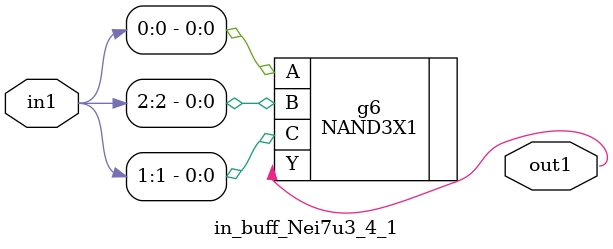
<source format=v>
`timescale 1ps / 1ps


module in_buff_Nei7u3_4_1(in1, out1);
  input [2:0] in1;
  output out1;
  wire [2:0] in1;
  wire out1;
  NAND3X1 g6(.A (in1[0]), .B (in1[2]), .C (in1[1]), .Y (out1));
endmodule



</source>
